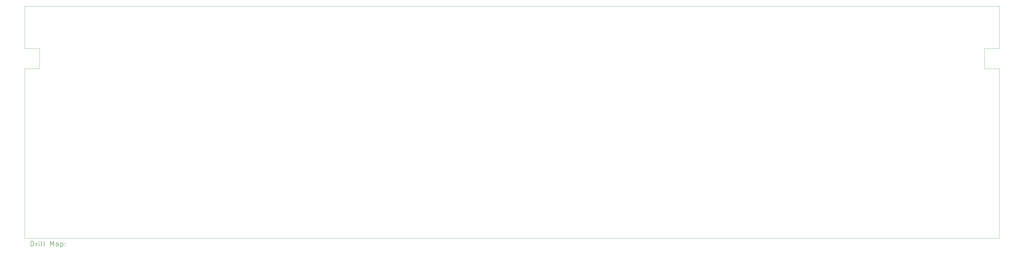
<source format=gbr>
%TF.GenerationSoftware,KiCad,Pcbnew,9.0.6*%
%TF.CreationDate,2025-12-16T13:31:56+01:00*%
%TF.ProjectId,Pots,506f7473-2e6b-4696-9361-645f70636258,rev?*%
%TF.SameCoordinates,Original*%
%TF.FileFunction,Drillmap*%
%TF.FilePolarity,Positive*%
%FSLAX45Y45*%
G04 Gerber Fmt 4.5, Leading zero omitted, Abs format (unit mm)*
G04 Created by KiCad (PCBNEW 9.0.6) date 2025-12-16 13:31:56*
%MOMM*%
%LPD*%
G01*
G04 APERTURE LIST*
%ADD10C,0.100000*%
%ADD11C,0.200000*%
G04 APERTURE END LIST*
D10*
X53650500Y-17950000D02*
X53650000Y-24750000D01*
X14650000Y-17150000D02*
X14650000Y-15450000D01*
X15250000Y-17150000D02*
X14650000Y-17150000D01*
X53650000Y-17150000D02*
X53050500Y-17150000D01*
X14650000Y-24750000D02*
X14650000Y-17950000D01*
X14650000Y-17950000D02*
X15250000Y-17950000D01*
X53650000Y-24750000D02*
X14650000Y-24750000D01*
X15250000Y-17950000D02*
X15250000Y-17150000D01*
X53050500Y-17150000D02*
X53050500Y-17950000D01*
X53650000Y-15450000D02*
X53650000Y-17150000D01*
X53050500Y-17950000D02*
X53650000Y-17950000D01*
X14650000Y-15450000D02*
X53650000Y-15450000D01*
D11*
X14905777Y-25066484D02*
X14905777Y-24866484D01*
X14905777Y-24866484D02*
X14953396Y-24866484D01*
X14953396Y-24866484D02*
X14981967Y-24876008D01*
X14981967Y-24876008D02*
X15001015Y-24895055D01*
X15001015Y-24895055D02*
X15010539Y-24914103D01*
X15010539Y-24914103D02*
X15020062Y-24952198D01*
X15020062Y-24952198D02*
X15020062Y-24980769D01*
X15020062Y-24980769D02*
X15010539Y-25018865D01*
X15010539Y-25018865D02*
X15001015Y-25037912D01*
X15001015Y-25037912D02*
X14981967Y-25056960D01*
X14981967Y-25056960D02*
X14953396Y-25066484D01*
X14953396Y-25066484D02*
X14905777Y-25066484D01*
X15105777Y-25066484D02*
X15105777Y-24933150D01*
X15105777Y-24971246D02*
X15115301Y-24952198D01*
X15115301Y-24952198D02*
X15124824Y-24942674D01*
X15124824Y-24942674D02*
X15143872Y-24933150D01*
X15143872Y-24933150D02*
X15162920Y-24933150D01*
X15229586Y-25066484D02*
X15229586Y-24933150D01*
X15229586Y-24866484D02*
X15220062Y-24876008D01*
X15220062Y-24876008D02*
X15229586Y-24885531D01*
X15229586Y-24885531D02*
X15239110Y-24876008D01*
X15239110Y-24876008D02*
X15229586Y-24866484D01*
X15229586Y-24866484D02*
X15229586Y-24885531D01*
X15353396Y-25066484D02*
X15334348Y-25056960D01*
X15334348Y-25056960D02*
X15324824Y-25037912D01*
X15324824Y-25037912D02*
X15324824Y-24866484D01*
X15458158Y-25066484D02*
X15439110Y-25056960D01*
X15439110Y-25056960D02*
X15429586Y-25037912D01*
X15429586Y-25037912D02*
X15429586Y-24866484D01*
X15686729Y-25066484D02*
X15686729Y-24866484D01*
X15686729Y-24866484D02*
X15753396Y-25009341D01*
X15753396Y-25009341D02*
X15820062Y-24866484D01*
X15820062Y-24866484D02*
X15820062Y-25066484D01*
X16001015Y-25066484D02*
X16001015Y-24961722D01*
X16001015Y-24961722D02*
X15991491Y-24942674D01*
X15991491Y-24942674D02*
X15972443Y-24933150D01*
X15972443Y-24933150D02*
X15934348Y-24933150D01*
X15934348Y-24933150D02*
X15915301Y-24942674D01*
X16001015Y-25056960D02*
X15981967Y-25066484D01*
X15981967Y-25066484D02*
X15934348Y-25066484D01*
X15934348Y-25066484D02*
X15915301Y-25056960D01*
X15915301Y-25056960D02*
X15905777Y-25037912D01*
X15905777Y-25037912D02*
X15905777Y-25018865D01*
X15905777Y-25018865D02*
X15915301Y-24999817D01*
X15915301Y-24999817D02*
X15934348Y-24990293D01*
X15934348Y-24990293D02*
X15981967Y-24990293D01*
X15981967Y-24990293D02*
X16001015Y-24980769D01*
X16096253Y-24933150D02*
X16096253Y-25133150D01*
X16096253Y-24942674D02*
X16115301Y-24933150D01*
X16115301Y-24933150D02*
X16153396Y-24933150D01*
X16153396Y-24933150D02*
X16172443Y-24942674D01*
X16172443Y-24942674D02*
X16181967Y-24952198D01*
X16181967Y-24952198D02*
X16191491Y-24971246D01*
X16191491Y-24971246D02*
X16191491Y-25028388D01*
X16191491Y-25028388D02*
X16181967Y-25047436D01*
X16181967Y-25047436D02*
X16172443Y-25056960D01*
X16172443Y-25056960D02*
X16153396Y-25066484D01*
X16153396Y-25066484D02*
X16115301Y-25066484D01*
X16115301Y-25066484D02*
X16096253Y-25056960D01*
X16277205Y-25047436D02*
X16286729Y-25056960D01*
X16286729Y-25056960D02*
X16277205Y-25066484D01*
X16277205Y-25066484D02*
X16267682Y-25056960D01*
X16267682Y-25056960D02*
X16277205Y-25047436D01*
X16277205Y-25047436D02*
X16277205Y-25066484D01*
X16277205Y-24942674D02*
X16286729Y-24952198D01*
X16286729Y-24952198D02*
X16277205Y-24961722D01*
X16277205Y-24961722D02*
X16267682Y-24952198D01*
X16267682Y-24952198D02*
X16277205Y-24942674D01*
X16277205Y-24942674D02*
X16277205Y-24961722D01*
M02*

</source>
